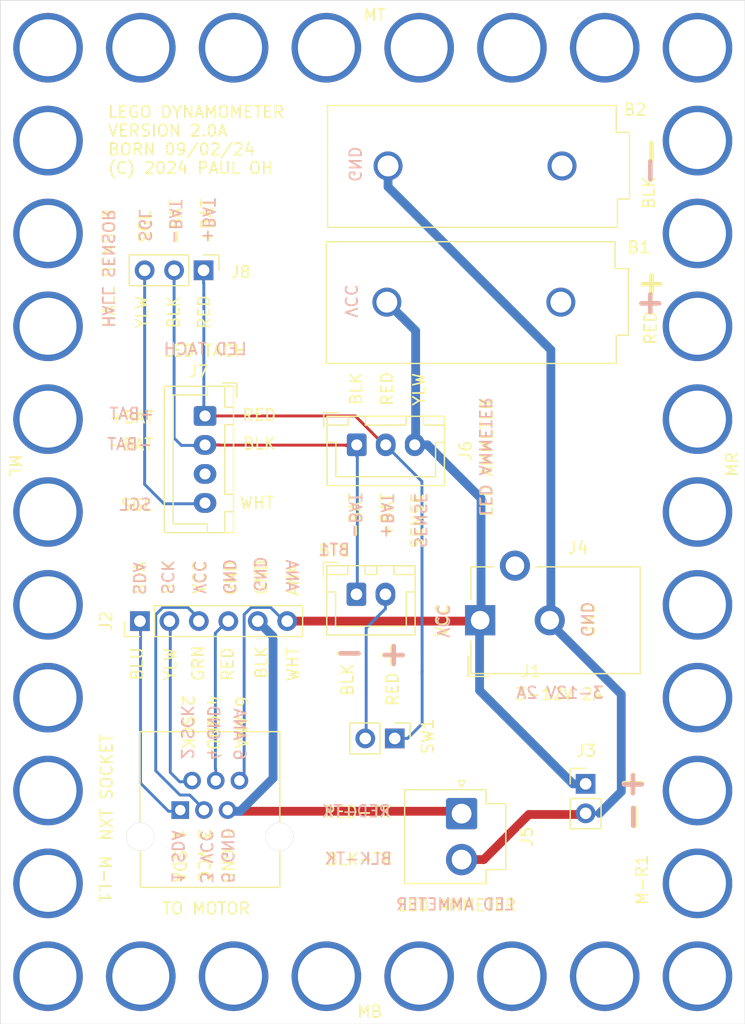
<source format=kicad_pcb>
(kicad_pcb (version 20171130) (host pcbnew "(5.1.5)-3")

  (general
    (thickness 1.6)
    (drawings 94)
    (tracks 82)
    (zones 0)
    (modules 18)
    (nets 13)
  )

  (page A4)
  (layers
    (0 F.Cu signal)
    (31 B.Cu signal)
    (32 B.Adhes user)
    (33 F.Adhes user)
    (34 B.Paste user)
    (35 F.Paste user)
    (36 B.SilkS user)
    (37 F.SilkS user)
    (38 B.Mask user)
    (39 F.Mask user)
    (40 Dwgs.User user)
    (41 Cmts.User user)
    (42 Eco1.User user)
    (43 Eco2.User user)
    (44 Edge.Cuts user)
    (45 Margin user)
    (46 B.CrtYd user)
    (47 F.CrtYd user)
    (48 B.Fab user hide)
    (49 F.Fab user hide)
  )

  (setup
    (last_trace_width 0.25)
    (user_trace_width 0.76)
    (user_trace_width 1.27)
    (trace_clearance 0.2)
    (zone_clearance 0.508)
    (zone_45_only no)
    (trace_min 0.2)
    (via_size 0.8)
    (via_drill 0.4)
    (via_min_size 0.4)
    (via_min_drill 0.3)
    (uvia_size 0.3)
    (uvia_drill 0.1)
    (uvias_allowed no)
    (uvia_min_size 0.2)
    (uvia_min_drill 0.1)
    (edge_width 0.05)
    (segment_width 0.2)
    (pcb_text_width 0.3)
    (pcb_text_size 1.5 1.5)
    (mod_edge_width 0.12)
    (mod_text_size 1 1)
    (mod_text_width 0.15)
    (pad_size 1.524 1.524)
    (pad_drill 0.762)
    (pad_to_mask_clearance 0.051)
    (solder_mask_min_width 0.25)
    (aux_axis_origin 0 0)
    (visible_elements 7FFFFFFF)
    (pcbplotparams
      (layerselection 0x010fc_ffffffff)
      (usegerberextensions false)
      (usegerberattributes false)
      (usegerberadvancedattributes false)
      (creategerberjobfile false)
      (excludeedgelayer true)
      (linewidth 0.100000)
      (plotframeref false)
      (viasonmask false)
      (mode 1)
      (useauxorigin false)
      (hpglpennumber 1)
      (hpglpenspeed 20)
      (hpglpendiameter 15.000000)
      (psnegative false)
      (psa4output false)
      (plotreference true)
      (plotvalue true)
      (plotinvisibletext false)
      (padsonsilk false)
      (subtractmaskfromsilk false)
      (outputformat 1)
      (mirror false)
      (drillshape 1)
      (scaleselection 1)
      (outputdirectory ""))
  )

  (net 0 "")
  (net 1 Earth)
  (net 2 /BLK)
  (net 3 "Net-(J1-Pad1)")
  (net 4 "Net-(J1-Pad2)")
  (net 5 "Net-(J1-Pad3)")
  (net 6 "Net-(J1-Pad4)")
  (net 7 "Net-(J1-Pad5)")
  (net 8 "Net-(B1-Pad1)")
  (net 9 "Net-(J6-Pad2)")
  (net 10 "Net-(J7-Pad3)")
  (net 11 "Net-(J7-Pad4)")
  (net 12 "Net-(BT1-Pad2)")

  (net_class Default "This is the default net class."
    (clearance 0.2)
    (trace_width 0.25)
    (via_dia 0.8)
    (via_drill 0.4)
    (uvia_dia 0.3)
    (uvia_drill 0.1)
    (add_net /BLK)
    (add_net Earth)
    (add_net "Net-(B1-Pad1)")
    (add_net "Net-(BT1-Pad2)")
    (add_net "Net-(J1-Pad1)")
    (add_net "Net-(J1-Pad2)")
    (add_net "Net-(J1-Pad3)")
    (add_net "Net-(J1-Pad4)")
    (add_net "Net-(J1-Pad5)")
    (add_net "Net-(J6-Pad2)")
    (add_net "Net-(J7-Pad3)")
    (add_net "Net-(J7-Pad4)")
  )

  (module Connector:Banana_Jack_2Pin-Amazon_4mm (layer F.Cu) (tedit 66D79CFE) (tstamp 66D602D8)
    (at 177.0634 85.1916 180)
    (descr "Dual banana socket, footprint - 2 x 6mm drills")
    (tags "banana socket")
    (path /6654C579)
    (fp_text reference B1 (at -5.334 4.7244) (layer F.SilkS)
      (effects (font (size 1 1) (thickness 0.15)))
    )
    (fp_text value Conn_01x01_Female (at 8.9662 6.096 180) (layer F.Fab)
      (effects (font (size 1 1) (thickness 0.15)))
    )
    (fp_line (start -3.6322 -3.0988) (end -3.6322 -5.4864) (layer F.CrtYd) (width 0.12))
    (fp_line (start -4.7244 -3.0988) (end -3.6322 -3.0988) (layer F.CrtYd) (width 0.12))
    (fp_line (start -4.7244 3.2258) (end -4.7244 -3.0988) (layer F.CrtYd) (width 0.12))
    (fp_line (start -3.556 3.2258) (end -4.7244 3.2258) (layer F.CrtYd) (width 0.12))
    (fp_line (start -3.556 5.4356) (end -3.556 3.2258) (layer F.CrtYd) (width 0.12))
    (fp_line (start 21.8694 5.4356) (end -3.556 5.4356) (layer F.CrtYd) (width 0.12))
    (fp_line (start 21.8694 -5.4864) (end 21.8694 5.4356) (layer F.CrtYd) (width 0.12))
    (fp_line (start -3.6322 -5.4864) (end 21.8694 -5.4864) (layer F.CrtYd) (width 0.12))
    (fp_line (start -3.3782 -5.2832) (end -3.0226 -5.2832) (layer F.SilkS) (width 0.12))
    (fp_line (start -3.3782 -5.2578) (end -3.3782 -5.2832) (layer F.SilkS) (width 0.12))
    (fp_line (start -3.3782 -2.8448) (end -3.3782 -5.2578) (layer F.SilkS) (width 0.12))
    (fp_line (start -4.4196 -2.8448) (end -3.3782 -2.8448) (layer F.SilkS) (width 0.12))
    (fp_line (start -4.4196 2.8956) (end -4.4196 -2.8448) (layer F.SilkS) (width 0.12))
    (fp_line (start -3.2766 2.8956) (end -4.4196 2.8956) (layer F.SilkS) (width 0.12))
    (fp_line (start -3.2766 5.207) (end -3.2766 2.8956) (layer F.SilkS) (width 0.12))
    (fp_line (start 21.6154 5.207) (end -3.2766 5.207) (layer F.SilkS) (width 0.12))
    (fp_line (start 21.6154 -5.2832) (end 21.6154 5.207) (layer F.SilkS) (width 0.12))
    (fp_line (start -3.048 -5.2832) (end 21.6154 -5.2832) (layer F.SilkS) (width 0.12))
    (fp_circle (center 16.4 0) (end 17.8816 0) (layer F.Fab) (width 0.1))
    (fp_circle (center 1.4 0) (end 2.8986 0) (layer F.Fab) (width 0.1))
    (fp_circle (center 1.4 0) (end 2.7716 0) (layer F.Fab) (width 0.1))
    (fp_circle (center 16.4 0) (end 17.7546 0) (layer F.Fab) (width 0.1))
    (fp_text user %R (at 22.7838 0.1778 270) (layer F.Fab)
      (effects (font (size 1 1) (thickness 0.15)))
    )
    (pad 1 thru_hole circle (at 16.4 0 180) (size 2.5 2.5) (drill 1.8) (layers *.Cu *.Mask)
      (net 8 "Net-(B1-Pad1)"))
    (pad 2 thru_hole circle (at 1.4 0 180) (size 2.5 2.5) (drill 1.8) (layers *.Cu *.Mask))
    (model ${KISYS3DMOD}/Connector.3dshapes/Banana_Jack_2Pin.wrl
      (offset (xyz 14.98599977493286 0 0))
      (scale (xyz 2 2 2))
      (rotate (xyz 0 0 0))
    )
  )

  (module Connector:Banana_Jack_2Pin-Amazon_4mm (layer F.Cu) (tedit 66D79CFE) (tstamp 66D602F1)
    (at 177.165 73.4568 180)
    (descr "Dual banana socket, footprint - 2 x 6mm drills")
    (tags "banana socket")
    (path /66553676)
    (fp_text reference B2 (at -4.9022 4.8514 180) (layer F.SilkS)
      (effects (font (size 1 1) (thickness 0.15)))
    )
    (fp_text value Conn_01x01_Female (at 8.9662 6.096) (layer F.Fab)
      (effects (font (size 1 1) (thickness 0.15)))
    )
    (fp_line (start -3.6322 -3.0988) (end -3.6322 -5.4864) (layer F.CrtYd) (width 0.12))
    (fp_line (start -4.7244 -3.0988) (end -3.6322 -3.0988) (layer F.CrtYd) (width 0.12))
    (fp_line (start -4.7244 3.2258) (end -4.7244 -3.0988) (layer F.CrtYd) (width 0.12))
    (fp_line (start -3.556 3.2258) (end -4.7244 3.2258) (layer F.CrtYd) (width 0.12))
    (fp_line (start -3.556 5.4356) (end -3.556 3.2258) (layer F.CrtYd) (width 0.12))
    (fp_line (start 21.8694 5.4356) (end -3.556 5.4356) (layer F.CrtYd) (width 0.12))
    (fp_line (start 21.8694 -5.4864) (end 21.8694 5.4356) (layer F.CrtYd) (width 0.12))
    (fp_line (start -3.6322 -5.4864) (end 21.8694 -5.4864) (layer F.CrtYd) (width 0.12))
    (fp_line (start -3.3782 -5.2832) (end -3.0226 -5.2832) (layer F.SilkS) (width 0.12))
    (fp_line (start -3.3782 -5.2578) (end -3.3782 -5.2832) (layer F.SilkS) (width 0.12))
    (fp_line (start -3.3782 -2.8448) (end -3.3782 -5.2578) (layer F.SilkS) (width 0.12))
    (fp_line (start -4.4196 -2.8448) (end -3.3782 -2.8448) (layer F.SilkS) (width 0.12))
    (fp_line (start -4.4196 2.8956) (end -4.4196 -2.8448) (layer F.SilkS) (width 0.12))
    (fp_line (start -3.2766 2.8956) (end -4.4196 2.8956) (layer F.SilkS) (width 0.12))
    (fp_line (start -3.2766 5.207) (end -3.2766 2.8956) (layer F.SilkS) (width 0.12))
    (fp_line (start 21.6154 5.207) (end -3.2766 5.207) (layer F.SilkS) (width 0.12))
    (fp_line (start 21.6154 -5.2832) (end 21.6154 5.207) (layer F.SilkS) (width 0.12))
    (fp_line (start -3.048 -5.2832) (end 21.6154 -5.2832) (layer F.SilkS) (width 0.12))
    (fp_circle (center 16.4 0) (end 17.8816 0) (layer F.Fab) (width 0.1))
    (fp_circle (center 1.4 0) (end 2.8986 0) (layer F.Fab) (width 0.1))
    (fp_circle (center 1.4 0) (end 2.7716 0) (layer F.Fab) (width 0.1))
    (fp_circle (center 16.4 0) (end 17.7546 0) (layer F.Fab) (width 0.1))
    (fp_text user %R (at 22.7838 0.1778 90) (layer F.Fab)
      (effects (font (size 1 1) (thickness 0.15)))
    )
    (pad 1 thru_hole circle (at 16.4 0 180) (size 2.5 2.5) (drill 1.8) (layers *.Cu *.Mask)
      (net 1 Earth))
    (pad 2 thru_hole circle (at 1.4 0 180) (size 2.5 2.5) (drill 1.8) (layers *.Cu *.Mask))
    (model ${KISYS3DMOD}/Connector.3dshapes/Banana_Jack_2Pin.wrl
      (offset (xyz 14.98599977493286 0 0))
      (scale (xyz 2 2 2))
      (rotate (xyz 0 0 0))
    )
  )

  (module Connector_RJ:Lego-NXT-SocketUpdated082824 (layer F.Cu) (tedit 66D67179) (tstamp 66D6033A)
    (at 145.288 131.3434)
    (descr "RJ25 6P6C Socket 90 degrees, https://wayconn.com/wp-content/themes/way/datasheet/MJEA-660X1XXX_RJ25_6P6C_PCB_RA.pdf")
    (tags "RJ12 RJ18 RJ25 jack connector 6P6C")
    (path /664D9A2A)
    (fp_text reference J1 (at 27.813 -14.351 180) (layer F.SilkS)
      (effects (font (size 1 1) (thickness 0.15)))
    )
    (fp_text value RJ12 (at 15.8242 -0.7874 180) (layer F.Fab)
      (effects (font (size 1 1) (thickness 0.15)))
    )
    (fp_line (start 7.5438 4.7752) (end 7.5438 -9.4742) (layer F.CrtYd) (width 0.12))
    (fp_line (start 7.5438 4.7752) (end -7.3152 4.7752) (layer F.CrtYd) (width 0.12))
    (fp_line (start -7.3152 -9.4742) (end 7.5438 -9.4742) (layer F.CrtYd) (width 0.12))
    (fp_line (start -7.3152 4.7752) (end -7.3152 -9.4742) (layer F.CrtYd) (width 0.12))
    (fp_text user "6 ANA" (at 2.8194 -9.9568 270 unlocked) (layer F.SilkS)
      (effects (font (size 1 1) (thickness 0.15)))
    )
    (fp_text user "4 GND" (at 0.381 -9.9314 270 unlocked) (layer F.SilkS)
      (effects (font (size 1 1) (thickness 0.15)))
    )
    (fp_text user "2 SCK" (at -1.778 -9.9568 270 unlocked) (layer F.SilkS)
      (effects (font (size 1 1) (thickness 0.15)))
    )
    (fp_text user "1 SDA" (at -2.4892 1.5748 270 unlocked) (layer F.SilkS)
      (effects (font (size 1 1) (thickness 0.15)))
    )
    (fp_text user "3 VCC" (at -0.4064 1.524 270 unlocked) (layer F.SilkS)
      (effects (font (size 1 1) (thickness 0.15)))
    )
    (fp_text user "5 GND" (at 1.6256 1.5748 270 unlocked) (layer F.SilkS)
      (effects (font (size 1 1) (thickness 0.15)))
    )
    (fp_text user "NXT SOCKET" (at -8.7884 -4.3434 270) (layer F.SilkS)
      (effects (font (size 1 1) (thickness 0.15)))
    )
    (fp_line (start -5.9182 -0.3556) (end -5.9182 -9.144) (layer F.SilkS) (width 0.12))
    (fp_line (start 6.1468 -0.2286) (end 6.1468 -9.144) (layer F.SilkS) (width 0.12))
    (fp_line (start 6.1468 4.2672) (end -5.8928 4.2672) (layer F.SilkS) (width 0.12))
    (fp_line (start 6.1468 -9.144) (end -5.9182 -9.144) (layer F.SilkS) (width 0.12))
    (fp_line (start -5.8928 4.2672) (end -5.8928 -0.254) (layer F.SilkS) (width 0.12))
    (fp_line (start 6.1468 4.2672) (end 6.1468 -0.2032) (layer F.SilkS) (width 0.12))
    (pad "" thru_hole circle (at 6.1116 -0.0876 180) (size 2.4 2.4) (drill 2.4) (layers *.Cu *.Mask))
    (pad "" thru_hole circle (at -5.8884 -0.0876 180) (size 2.4 2.4) (drill 2.4) (layers *.Cu *.Mask))
    (pad 6 thru_hole circle (at 2.6616 -4.9276 180) (size 1.52 1.52) (drill 0.9) (layers *.Cu *.Mask)
      (net 8 "Net-(B1-Pad1)"))
    (pad 5 thru_hole circle (at 1.6416 -2.3876 180) (size 1.52 1.52) (drill 0.9) (layers *.Cu *.Mask)
      (net 7 "Net-(J1-Pad5)"))
    (pad 4 thru_hole circle (at 0.6216 -4.9276 180) (size 1.52 1.52) (drill 0.9) (layers *.Cu *.Mask)
      (net 6 "Net-(J1-Pad4)"))
    (pad 3 thru_hole circle (at -0.3984 -2.3876 180) (size 1.52 1.52) (drill 0.9) (layers *.Cu *.Mask)
      (net 5 "Net-(J1-Pad3)"))
    (pad 2 thru_hole circle (at -1.4184 -4.9276 180) (size 1.52 1.52) (drill 0.9) (layers *.Cu *.Mask)
      (net 4 "Net-(J1-Pad2)"))
    (pad 1 thru_hole rect (at -2.4384 -2.3876 180) (size 1.52 1.52) (drill 0.9) (layers *.Cu *.Mask)
      (net 3 "Net-(J1-Pad1)"))
    (model ${KISYS3DMOD}/Connector_RJ.3dshapes/RJ25_Wayconn_MJEA-660X1_Horizontal.wrl
      (at (xyz 0 0 0))
      (scale (xyz 1 1 1))
      (rotate (xyz 0 0 0))
    )
  )

  (module Connector_PinHeader_2.54mm:PinHeader_1x06_P2.54mm_Vertical (layer F.Cu) (tedit 59FED5CC) (tstamp 66D60354)
    (at 139.3698 112.6744 90)
    (descr "Through hole straight pin header, 1x06, 2.54mm pitch, single row")
    (tags "Through hole pin header THT 1x06 2.54mm single row")
    (path /6651709B)
    (fp_text reference J2 (at 0 -2.921 90) (layer F.SilkS)
      (effects (font (size 1 1) (thickness 0.15)))
    )
    (fp_text value "HDR Motor" (at 0 15.03 90) (layer F.Fab)
      (effects (font (size 1 1) (thickness 0.15)))
    )
    (fp_line (start -0.635 -1.27) (end 1.27 -1.27) (layer F.Fab) (width 0.1))
    (fp_line (start 1.27 -1.27) (end 1.27 13.97) (layer F.Fab) (width 0.1))
    (fp_line (start 1.27 13.97) (end -1.27 13.97) (layer F.Fab) (width 0.1))
    (fp_line (start -1.27 13.97) (end -1.27 -0.635) (layer F.Fab) (width 0.1))
    (fp_line (start -1.27 -0.635) (end -0.635 -1.27) (layer F.Fab) (width 0.1))
    (fp_line (start -1.33 14.03) (end 1.33 14.03) (layer F.SilkS) (width 0.12))
    (fp_line (start -1.33 1.27) (end -1.33 14.03) (layer F.SilkS) (width 0.12))
    (fp_line (start 1.33 1.27) (end 1.33 14.03) (layer F.SilkS) (width 0.12))
    (fp_line (start -1.33 1.27) (end 1.33 1.27) (layer F.SilkS) (width 0.12))
    (fp_line (start -1.33 0) (end -1.33 -1.33) (layer F.SilkS) (width 0.12))
    (fp_line (start -1.33 -1.33) (end 0 -1.33) (layer F.SilkS) (width 0.12))
    (fp_line (start -1.8 -1.8) (end -1.8 14.5) (layer F.CrtYd) (width 0.05))
    (fp_line (start -1.8 14.5) (end 1.8 14.5) (layer F.CrtYd) (width 0.05))
    (fp_line (start 1.8 14.5) (end 1.8 -1.8) (layer F.CrtYd) (width 0.05))
    (fp_line (start 1.8 -1.8) (end -1.8 -1.8) (layer F.CrtYd) (width 0.05))
    (fp_text user %R (at 0 6.35) (layer F.Fab)
      (effects (font (size 1 1) (thickness 0.15)))
    )
    (pad 1 thru_hole rect (at 0 0 90) (size 1.7 1.7) (drill 1) (layers *.Cu *.Mask)
      (net 3 "Net-(J1-Pad1)"))
    (pad 2 thru_hole oval (at 0 2.54 90) (size 1.7 1.7) (drill 1) (layers *.Cu *.Mask)
      (net 4 "Net-(J1-Pad2)"))
    (pad 3 thru_hole oval (at 0 5.08 90) (size 1.7 1.7) (drill 1) (layers *.Cu *.Mask)
      (net 5 "Net-(J1-Pad3)"))
    (pad 4 thru_hole oval (at 0 7.62 90) (size 1.7 1.7) (drill 1) (layers *.Cu *.Mask)
      (net 6 "Net-(J1-Pad4)"))
    (pad 5 thru_hole oval (at 0 10.16 90) (size 1.7 1.7) (drill 1) (layers *.Cu *.Mask)
      (net 7 "Net-(J1-Pad5)"))
    (pad 6 thru_hole oval (at 0 12.7 90) (size 1.7 1.7) (drill 1) (layers *.Cu *.Mask)
      (net 8 "Net-(B1-Pad1)"))
    (model ${KISYS3DMOD}/Connector_PinHeader_2.54mm.3dshapes/PinHeader_1x06_P2.54mm_Vertical.wrl
      (at (xyz 0 0 0))
      (scale (xyz 1 1 1))
      (rotate (xyz 0 0 0))
    )
  )

  (module myLib:brick-1x8 (layer F.Cu) (tedit 6654DC00) (tstamp 66D5FE9C)
    (at 131.445 63.2714 90)
    (fp_text reference MT (at 2.8194 28.1686 180) (layer F.SilkS)
      (effects (font (size 1 1) (thickness 0.15)))
    )
    (fp_text value brick-1x8 (at 0 61 90) (layer F.Fab)
      (effects (font (size 1 1) (thickness 0.15)))
    )
    (fp_line (start -4 -4) (end 4 -4) (layer F.CrtYd) (width 0.12))
    (fp_line (start 4 -4) (end 4 60) (layer F.CrtYd) (width 0.12))
    (fp_line (start 4 60) (end -4 60) (layer F.CrtYd) (width 0.12))
    (fp_line (start -4 60) (end -4 -4) (layer F.CrtYd) (width 0.12))
    (pad 1 thru_hole circle (at 0 0 90) (size 6 6) (drill 4.9) (layers *.Cu *.Mask))
    (pad 2 thru_hole circle (at 0 8 90) (size 6 6) (drill 4.9) (layers *.Cu *.Mask))
    (pad 3 thru_hole circle (at 0 16 90) (size 6 6) (drill 4.9) (layers *.Cu *.Mask))
    (pad 4 thru_hole circle (at 0 24 90) (size 6 6) (drill 4.9) (layers *.Cu *.Mask))
    (pad 6 thru_hole circle (at 0 40 90) (size 6 6) (drill 4.9) (layers *.Cu *.Mask))
    (pad 5 thru_hole circle (at 0 32 90) (size 6 6) (drill 4.9) (layers *.Cu *.Mask))
    (pad 7 thru_hole circle (at 0 48 90) (size 6 6) (drill 4.9) (layers *.Cu *.Mask))
    (pad 8 thru_hole circle (at 0 56 90) (size 6 6) (drill 4.9) (layers *.Cu *.Mask))
  )

  (module myLib:brick-1x8 (layer F.Cu) (tedit 6655109F) (tstamp 66D5FDFC)
    (at 131.445 143.2714 90)
    (fp_text reference MB (at -3.058 27.7368 180) (layer F.SilkS)
      (effects (font (size 1 1) (thickness 0.15)))
    )
    (fp_text value brick-1x8 (at 0 61 90) (layer F.Fab)
      (effects (font (size 1 1) (thickness 0.15)))
    )
    (fp_line (start -4 60) (end -4 -4) (layer F.CrtYd) (width 0.12))
    (fp_line (start 4 60) (end -4 60) (layer F.CrtYd) (width 0.12))
    (fp_line (start 4 -4) (end 4 60) (layer F.CrtYd) (width 0.12))
    (fp_line (start -4 -4) (end 4 -4) (layer F.CrtYd) (width 0.12))
    (pad 8 thru_hole circle (at 0 56 90) (size 6 6) (drill 4.9) (layers *.Cu *.Mask))
    (pad 7 thru_hole circle (at 0 48 90) (size 6 6) (drill 4.9) (layers *.Cu *.Mask))
    (pad 5 thru_hole circle (at 0 32 90) (size 6 6) (drill 4.9) (layers *.Cu *.Mask))
    (pad 6 thru_hole circle (at 0 40 90) (size 6 6) (drill 4.9) (layers *.Cu *.Mask))
    (pad 4 thru_hole circle (at 0 24 90) (size 6 6) (drill 4.9) (layers *.Cu *.Mask))
    (pad 3 thru_hole circle (at 0 16 90) (size 6 6) (drill 4.9) (layers *.Cu *.Mask))
    (pad 2 thru_hole circle (at 0 8 90) (size 6 6) (drill 4.9) (layers *.Cu *.Mask))
    (pad 1 thru_hole circle (at 0 0 90) (size 6 6) (drill 4.9) (layers *.Cu *.Mask))
  )

  (module myLib:brick-1x8 (layer F.Cu) (tedit 6654DF37) (tstamp 66D5FDED)
    (at 187.445 71.2714)
    (fp_text reference MR (at 2.9788 27.8902 90) (layer F.SilkS)
      (effects (font (size 1 1) (thickness 0.15)))
    )
    (fp_text value brick-1x8 (at 0 61) (layer F.Fab)
      (effects (font (size 1 1) (thickness 0.15)))
    )
    (fp_line (start -4 60) (end -4 -4) (layer F.CrtYd) (width 0.12))
    (fp_line (start 4 60) (end -4 60) (layer F.CrtYd) (width 0.12))
    (fp_line (start 4 -4) (end 4 60) (layer F.CrtYd) (width 0.12))
    (fp_line (start -4 -4) (end 4 -4) (layer F.CrtYd) (width 0.12))
    (pad 8 thru_hole circle (at 0 56) (size 6 6) (drill 4.9) (layers *.Cu *.Mask))
    (pad 7 thru_hole circle (at 0 48) (size 6 6) (drill 4.9) (layers *.Cu *.Mask))
    (pad 5 thru_hole circle (at 0 32) (size 6 6) (drill 4.9) (layers *.Cu *.Mask))
    (pad 6 thru_hole circle (at 0 40) (size 6 6) (drill 4.9) (layers *.Cu *.Mask))
    (pad 4 thru_hole circle (at 0 24) (size 6 6) (drill 4.9) (layers *.Cu *.Mask))
    (pad 3 thru_hole circle (at 0 16) (size 6 6) (drill 4.9) (layers *.Cu *.Mask))
    (pad 2 thru_hole circle (at 0 8) (size 6 6) (drill 4.9) (layers *.Cu *.Mask))
    (pad 1 thru_hole circle (at 0 0) (size 6 6) (drill 4.9) (layers *.Cu *.Mask))
  )

  (module myLib:brick-1x1 (layer F.Cu) (tedit 6001CC2E) (tstamp 66D5FDCF)
    (at 187.445 135.2714)
    (fp_text reference M-R1 (at -4.7936 -0.2958 90 unlocked) (layer F.SilkS)
      (effects (font (size 1 1) (thickness 0.15)))
    )
    (fp_text value brick-1x1 (at 0 5) (layer F.Fab)
      (effects (font (size 1 1) (thickness 0.15)))
    )
    (fp_line (start -4 4) (end -4 -4) (layer F.CrtYd) (width 0.12))
    (fp_line (start 4 4) (end -4 4) (layer F.CrtYd) (width 0.12))
    (fp_line (start 4 -4) (end 4 4) (layer F.CrtYd) (width 0.12))
    (fp_line (start -4 -4) (end 4 -4) (layer F.CrtYd) (width 0.12))
    (pad 1 thru_hole circle (at 0 0) (size 6 6) (drill 4.9) (layers *.Cu *.Mask))
  )

  (module myLib:brick-1x8 (layer F.Cu) (tedit 6654DDE0) (tstamp 66D5FD42)
    (at 131.445 71.2714)
    (fp_text reference ML (at -2.8448 28.0172 270 unlocked) (layer F.SilkS)
      (effects (font (size 1 1) (thickness 0.15)))
    )
    (fp_text value brick-1x8 (at 0 61) (layer F.Fab)
      (effects (font (size 1 1) (thickness 0.15)))
    )
    (fp_line (start -4 60) (end -4 -4) (layer F.CrtYd) (width 0.12))
    (fp_line (start 4 60) (end -4 60) (layer F.CrtYd) (width 0.12))
    (fp_line (start 4 -4) (end 4 60) (layer F.CrtYd) (width 0.12))
    (fp_line (start -4 -4) (end 4 -4) (layer F.CrtYd) (width 0.12))
    (pad 8 thru_hole circle (at 0 56) (size 6 6) (drill 4.9) (layers *.Cu *.Mask))
    (pad 7 thru_hole circle (at 0 48) (size 6 6) (drill 4.9) (layers *.Cu *.Mask))
    (pad 5 thru_hole circle (at 0 32) (size 6 6) (drill 4.9) (layers *.Cu *.Mask))
    (pad 6 thru_hole circle (at 0 40) (size 6 6) (drill 4.9) (layers *.Cu *.Mask))
    (pad 4 thru_hole circle (at 0 24) (size 6 6) (drill 4.9) (layers *.Cu *.Mask))
    (pad 3 thru_hole circle (at 0 16) (size 6 6) (drill 4.9) (layers *.Cu *.Mask))
    (pad 2 thru_hole circle (at 0 8) (size 6 6) (drill 4.9) (layers *.Cu *.Mask))
    (pad 1 thru_hole circle (at 0 0) (size 6 6) (drill 4.9) (layers *.Cu *.Mask))
  )

  (module myLib:brick-1x1 (layer F.Cu) (tedit 6655104C) (tstamp 66D5FD25)
    (at 131.445 135.1788)
    (fp_text reference M-L1 (at 4.9022 -0.2286 270 unlocked) (layer F.SilkS)
      (effects (font (size 1 1) (thickness 0.15)))
    )
    (fp_text value brick-1x1 (at 0 5) (layer F.Fab)
      (effects (font (size 1 1) (thickness 0.15)))
    )
    (fp_line (start -4 -4) (end 4 -4) (layer F.CrtYd) (width 0.12))
    (fp_line (start 4 -4) (end 4 4) (layer F.CrtYd) (width 0.12))
    (fp_line (start 4 4) (end -4 4) (layer F.CrtYd) (width 0.12))
    (fp_line (start -4 4) (end -4 -4) (layer F.CrtYd) (width 0.12))
    (pad 1 thru_hole circle (at 0 0.0926) (size 6 6) (drill 4.9) (layers *.Cu *.Mask))
  )

  (module Connector_PinHeader_2.54mm:PinHeader_1x03_P2.54mm_Vertical (layer F.Cu) (tedit 59FED5CC) (tstamp 66D6031E)
    (at 144.8562 82.4484 270)
    (descr "Through hole straight pin header, 1x03, 2.54mm pitch, single row")
    (tags "Through hole pin header THT 1x03 2.54mm single row")
    (path /6656AAF6)
    (fp_text reference J8 (at 0.1524 -3.2004 180) (layer F.SilkS)
      (effects (font (size 1 1) (thickness 0.15)))
    )
    (fp_text value "Hall Sensor" (at 0 7.41 90) (layer F.Fab)
      (effects (font (size 1 1) (thickness 0.15)))
    )
    (fp_line (start -0.635 -1.27) (end 1.27 -1.27) (layer F.Fab) (width 0.1))
    (fp_line (start 1.27 -1.27) (end 1.27 6.35) (layer F.Fab) (width 0.1))
    (fp_line (start 1.27 6.35) (end -1.27 6.35) (layer F.Fab) (width 0.1))
    (fp_line (start -1.27 6.35) (end -1.27 -0.635) (layer F.Fab) (width 0.1))
    (fp_line (start -1.27 -0.635) (end -0.635 -1.27) (layer F.Fab) (width 0.1))
    (fp_line (start -1.33 6.41) (end 1.33 6.41) (layer F.SilkS) (width 0.12))
    (fp_line (start -1.33 1.27) (end -1.33 6.41) (layer F.SilkS) (width 0.12))
    (fp_line (start 1.33 1.27) (end 1.33 6.41) (layer F.SilkS) (width 0.12))
    (fp_line (start -1.33 1.27) (end 1.33 1.27) (layer F.SilkS) (width 0.12))
    (fp_line (start -1.33 0) (end -1.33 -1.33) (layer F.SilkS) (width 0.12))
    (fp_line (start -1.33 -1.33) (end 0 -1.33) (layer F.SilkS) (width 0.12))
    (fp_line (start -1.8 -1.8) (end -1.8 6.85) (layer F.CrtYd) (width 0.05))
    (fp_line (start -1.8 6.85) (end 1.8 6.85) (layer F.CrtYd) (width 0.05))
    (fp_line (start 1.8 6.85) (end 1.8 -1.8) (layer F.CrtYd) (width 0.05))
    (fp_line (start 1.8 -1.8) (end -1.8 -1.8) (layer F.CrtYd) (width 0.05))
    (fp_text user %R (at 0 2.54) (layer F.Fab)
      (effects (font (size 1 1) (thickness 0.15)))
    )
    (pad 1 thru_hole rect (at 0 0 270) (size 1.7 1.7) (drill 1) (layers *.Cu *.Mask)
      (net 9 "Net-(J6-Pad2)"))
    (pad 2 thru_hole oval (at 0 2.54 270) (size 1.7 1.7) (drill 1) (layers *.Cu *.Mask)
      (net 2 /BLK))
    (pad 3 thru_hole oval (at 0 5.08 270) (size 1.7 1.7) (drill 1) (layers *.Cu *.Mask)
      (net 11 "Net-(J7-Pad4)"))
    (model ${KISYS3DMOD}/Connector_PinHeader_2.54mm.3dshapes/PinHeader_1x03_P2.54mm_Vertical.wrl
      (at (xyz 0 0 0))
      (scale (xyz 1 1 1))
      (rotate (xyz 0 0 0))
    )
  )

  (module Connector_BarrelJack:BarrelJack_CUI_PJ-102AH_Horizontal (layer F.Cu) (tedit 5A1DBF38) (tstamp 66D60376)
    (at 168.7068 112.5982 90)
    (descr "Thin-pin DC Barrel Jack, https://cdn-shop.adafruit.com/datasheets/21mmdcjackDatasheet.pdf")
    (tags "Power Jack")
    (path /664F318A)
    (fp_text reference J4 (at 6.223 8.45) (layer F.SilkS)
      (effects (font (size 1 1) (thickness 0.15)))
    )
    (fp_text value "Barrel Jack" (at -5.5 6.2) (layer F.Fab)
      (effects (font (size 1 1) (thickness 0.15)))
    )
    (fp_text user %R (at 0 6.5 90) (layer F.Fab)
      (effects (font (size 1 1) (thickness 0.15)))
    )
    (fp_line (start 1.8 -1.8) (end 1.8 -1.2) (layer F.CrtYd) (width 0.05))
    (fp_line (start 1.8 -1.2) (end 5 -1.2) (layer F.CrtYd) (width 0.05))
    (fp_line (start 5 -1.2) (end 5 1.2) (layer F.CrtYd) (width 0.05))
    (fp_line (start 5 1.2) (end 6.5 1.2) (layer F.CrtYd) (width 0.05))
    (fp_line (start 6.5 1.2) (end 6.5 4.8) (layer F.CrtYd) (width 0.05))
    (fp_line (start 6.5 4.8) (end 5 4.8) (layer F.CrtYd) (width 0.05))
    (fp_line (start 5 4.8) (end 5 14.2) (layer F.CrtYd) (width 0.05))
    (fp_line (start 5 14.2) (end -5 14.2) (layer F.CrtYd) (width 0.05))
    (fp_line (start -5 14.2) (end -5 -1.2) (layer F.CrtYd) (width 0.05))
    (fp_line (start -5 -1.2) (end -1.8 -1.2) (layer F.CrtYd) (width 0.05))
    (fp_line (start -1.8 -1.2) (end -1.8 -1.8) (layer F.CrtYd) (width 0.05))
    (fp_line (start -1.8 -1.8) (end 1.8 -1.8) (layer F.CrtYd) (width 0.05))
    (fp_line (start 4.6 4.8) (end 4.6 13.8) (layer F.SilkS) (width 0.12))
    (fp_line (start 4.6 13.8) (end -4.6 13.8) (layer F.SilkS) (width 0.12))
    (fp_line (start -4.6 13.8) (end -4.6 -0.8) (layer F.SilkS) (width 0.12))
    (fp_line (start -4.6 -0.8) (end -1.8 -0.8) (layer F.SilkS) (width 0.12))
    (fp_line (start 1.8 -0.8) (end 4.6 -0.8) (layer F.SilkS) (width 0.12))
    (fp_line (start 4.6 -0.8) (end 4.6 1.2) (layer F.SilkS) (width 0.12))
    (fp_line (start -4.84 0.7) (end -4.84 -1.04) (layer F.SilkS) (width 0.12))
    (fp_line (start -4.84 -1.04) (end -3.1 -1.04) (layer F.SilkS) (width 0.12))
    (fp_line (start 4.5 -0.7) (end 4.5 13.7) (layer F.Fab) (width 0.1))
    (fp_line (start 4.5 13.7) (end -4.5 13.7) (layer F.Fab) (width 0.1))
    (fp_line (start -4.5 13.7) (end -4.5 0.3) (layer F.Fab) (width 0.1))
    (fp_line (start -4.5 0.3) (end -3.5 -0.7) (layer F.Fab) (width 0.1))
    (fp_line (start -3.5 -0.7) (end 4.5 -0.7) (layer F.Fab) (width 0.1))
    (fp_line (start -4.5 10.2) (end 4.5 10.2) (layer F.Fab) (width 0.1))
    (pad 1 thru_hole rect (at 0 0 90) (size 2.6 2.6) (drill 1.6) (layers *.Cu *.Mask)
      (net 8 "Net-(B1-Pad1)"))
    (pad 2 thru_hole circle (at 0 6 90) (size 2.6 2.6) (drill 1.6) (layers *.Cu *.Mask)
      (net 1 Earth))
    (pad 3 thru_hole circle (at 4.7 3 90) (size 2.6 2.6) (drill 1.6) (layers *.Cu *.Mask))
    (model ${KISYS3DMOD}/Connector_BarrelJack.3dshapes/BarrelJack_CUI_PJ-102AH_Horizontal.wrl
      (at (xyz 0 0 0))
      (scale (xyz 1 1 1))
      (rotate (xyz 0 0 0))
    )
  )

  (module Connector_PinHeader_2.54mm:PinHeader_1x02_P2.54mm_Vertical (layer F.Cu) (tedit 59FED5CC) (tstamp 66D6038C)
    (at 177.8 126.6952)
    (descr "Through hole straight pin header, 1x02, 2.54mm pitch, single row")
    (tags "Through hole pin header THT 1x02 2.54mm single row")
    (path /664F1C91)
    (fp_text reference J3 (at 0.0508 -2.8448) (layer F.SilkS)
      (effects (font (size 1 1) (thickness 0.15)))
    )
    (fp_text value "HDR PWR" (at 0 4.87) (layer F.Fab)
      (effects (font (size 1 1) (thickness 0.15)))
    )
    (fp_text user %R (at 0 1.27 90) (layer F.Fab)
      (effects (font (size 1 1) (thickness 0.15)))
    )
    (fp_line (start 1.8 -1.8) (end -1.8 -1.8) (layer F.CrtYd) (width 0.05))
    (fp_line (start 1.8 4.35) (end 1.8 -1.8) (layer F.CrtYd) (width 0.05))
    (fp_line (start -1.8 4.35) (end 1.8 4.35) (layer F.CrtYd) (width 0.05))
    (fp_line (start -1.8 -1.8) (end -1.8 4.35) (layer F.CrtYd) (width 0.05))
    (fp_line (start -1.33 -1.33) (end 0 -1.33) (layer F.SilkS) (width 0.12))
    (fp_line (start -1.33 0) (end -1.33 -1.33) (layer F.SilkS) (width 0.12))
    (fp_line (start -1.33 1.27) (end 1.33 1.27) (layer F.SilkS) (width 0.12))
    (fp_line (start 1.33 1.27) (end 1.33 3.87) (layer F.SilkS) (width 0.12))
    (fp_line (start -1.33 1.27) (end -1.33 3.87) (layer F.SilkS) (width 0.12))
    (fp_line (start -1.33 3.87) (end 1.33 3.87) (layer F.SilkS) (width 0.12))
    (fp_line (start -1.27 -0.635) (end -0.635 -1.27) (layer F.Fab) (width 0.1))
    (fp_line (start -1.27 3.81) (end -1.27 -0.635) (layer F.Fab) (width 0.1))
    (fp_line (start 1.27 3.81) (end -1.27 3.81) (layer F.Fab) (width 0.1))
    (fp_line (start 1.27 -1.27) (end 1.27 3.81) (layer F.Fab) (width 0.1))
    (fp_line (start -0.635 -1.27) (end 1.27 -1.27) (layer F.Fab) (width 0.1))
    (pad 2 thru_hole oval (at 0 2.54) (size 1.7 1.7) (drill 1) (layers *.Cu *.Mask)
      (net 1 Earth))
    (pad 1 thru_hole rect (at 0 0) (size 1.7 1.7) (drill 1) (layers *.Cu *.Mask)
      (net 8 "Net-(B1-Pad1)"))
    (model ${KISYS3DMOD}/Connector_PinHeader_2.54mm.3dshapes/PinHeader_1x02_P2.54mm_Vertical.wrl
      (at (xyz 0 0 0))
      (scale (xyz 1 1 1))
      (rotate (xyz 0 0 0))
    )
  )

  (module Connector_JST:JST_VH_B2P-VH-B_1x02_P3.96mm_Vertical (layer F.Cu) (tedit 5D12549B) (tstamp 66D603AB)
    (at 167.1066 129.263 270)
    (descr "JST VH PBT series connector, B2P-VH-B (http://www.jst-mfg.com/product/pdf/eng/eVH.pdf), generated with kicad-footprint-generator")
    (tags "connector JST VH vertical")
    (path /66D486A5)
    (fp_text reference J5 (at 1.9788 -5.6134 90) (layer F.SilkS)
      (effects (font (size 1 1) (thickness 0.15)))
    )
    (fp_text value "JST B2P-VH" (at 1.98 6 90) (layer F.Fab)
      (effects (font (size 1 1) (thickness 0.15)))
    )
    (fp_line (start -1.95 -2) (end -1.95 4.8) (layer F.Fab) (width 0.1))
    (fp_line (start -1.95 4.8) (end 5.91 4.8) (layer F.Fab) (width 0.1))
    (fp_line (start 5.91 4.8) (end 5.91 -2) (layer F.Fab) (width 0.1))
    (fp_line (start 5.91 -2) (end -1.95 -2) (layer F.Fab) (width 0.1))
    (fp_line (start -0.75 -2) (end -0.75 -3.7) (layer F.Fab) (width 0.1))
    (fp_line (start -0.75 -3.7) (end 4.71 -3.7) (layer F.Fab) (width 0.1))
    (fp_line (start 4.71 -3.7) (end 4.71 -2) (layer F.Fab) (width 0.1))
    (fp_line (start -1.95 -1) (end -0.95 0) (layer F.Fab) (width 0.1))
    (fp_line (start -1.95 1) (end -0.95 0) (layer F.Fab) (width 0.1))
    (fp_line (start -2.45 -4.2) (end -2.45 5.3) (layer F.CrtYd) (width 0.05))
    (fp_line (start -2.45 5.3) (end 6.41 5.3) (layer F.CrtYd) (width 0.05))
    (fp_line (start 6.41 5.3) (end 6.41 -4.2) (layer F.CrtYd) (width 0.05))
    (fp_line (start 6.41 -4.2) (end -2.45 -4.2) (layer F.CrtYd) (width 0.05))
    (fp_line (start -2.06 4.91) (end -2.06 -2.11) (layer F.SilkS) (width 0.12))
    (fp_line (start -2.06 -2.11) (end -0.86 -2.11) (layer F.SilkS) (width 0.12))
    (fp_line (start -0.86 -2.11) (end -0.86 -3.81) (layer F.SilkS) (width 0.12))
    (fp_line (start -0.86 -3.81) (end 4.82 -3.81) (layer F.SilkS) (width 0.12))
    (fp_line (start 4.82 -3.81) (end 4.82 -2.11) (layer F.SilkS) (width 0.12))
    (fp_line (start 4.82 -2.11) (end 6.02 -2.11) (layer F.SilkS) (width 0.12))
    (fp_line (start 6.02 -2.11) (end 6.02 4.91) (layer F.SilkS) (width 0.12))
    (fp_line (start 6.02 4.91) (end -2.06 4.91) (layer F.SilkS) (width 0.12))
    (fp_line (start -2.26 0) (end -2.86 0.3) (layer F.SilkS) (width 0.12))
    (fp_line (start -2.86 0.3) (end -2.86 -0.3) (layer F.SilkS) (width 0.12))
    (fp_line (start -2.86 -0.3) (end -2.26 0) (layer F.SilkS) (width 0.12))
    (fp_text user %R (at 1.98 4.1 90) (layer F.Fab)
      (effects (font (size 1 1) (thickness 0.15)))
    )
    (pad 1 thru_hole roundrect (at 0 0 270) (size 2.7 2.7) (drill 1.7) (layers *.Cu *.Mask) (roundrect_rratio 0.09259299999999999)
      (net 7 "Net-(J1-Pad5)"))
    (pad 2 thru_hole circle (at 3.96 0 270) (size 2.7 2.7) (drill 1.7) (layers *.Cu *.Mask)
      (net 1 Earth))
    (model ${KISYS3DMOD}/Connector_JST.3dshapes/JST_VH_B2P-VH-B_1x02_P3.96mm_Vertical.wrl
      (at (xyz 0 0 0))
      (scale (xyz 1 1 1))
      (rotate (xyz 0 0 0))
    )
  )

  (module Connector_JST:JST_XH_B3B-XH-A_1x03_P2.50mm_Vertical (layer F.Cu) (tedit 5C28146C) (tstamp 66D603D5)
    (at 158.0642 97.4852)
    (descr "JST XH series connector, B3B-XH-A (http://www.jst-mfg.com/product/pdf/eng/eXH.pdf), generated with kicad-footprint-generator")
    (tags "connector JST XH vertical")
    (path /66D47F69)
    (fp_text reference J6 (at 9.3726 0.508 90) (layer F.SilkS)
      (effects (font (size 1 1) (thickness 0.15)))
    )
    (fp_text value "JST B3B-XH-A" (at 2.5 4.6) (layer F.Fab)
      (effects (font (size 1 1) (thickness 0.15)))
    )
    (fp_line (start -2.45 -2.35) (end -2.45 3.4) (layer F.Fab) (width 0.1))
    (fp_line (start -2.45 3.4) (end 7.45 3.4) (layer F.Fab) (width 0.1))
    (fp_line (start 7.45 3.4) (end 7.45 -2.35) (layer F.Fab) (width 0.1))
    (fp_line (start 7.45 -2.35) (end -2.45 -2.35) (layer F.Fab) (width 0.1))
    (fp_line (start -2.56 -2.46) (end -2.56 3.51) (layer F.SilkS) (width 0.12))
    (fp_line (start -2.56 3.51) (end 7.56 3.51) (layer F.SilkS) (width 0.12))
    (fp_line (start 7.56 3.51) (end 7.56 -2.46) (layer F.SilkS) (width 0.12))
    (fp_line (start 7.56 -2.46) (end -2.56 -2.46) (layer F.SilkS) (width 0.12))
    (fp_line (start -2.95 -2.85) (end -2.95 3.9) (layer F.CrtYd) (width 0.05))
    (fp_line (start -2.95 3.9) (end 7.95 3.9) (layer F.CrtYd) (width 0.05))
    (fp_line (start 7.95 3.9) (end 7.95 -2.85) (layer F.CrtYd) (width 0.05))
    (fp_line (start 7.95 -2.85) (end -2.95 -2.85) (layer F.CrtYd) (width 0.05))
    (fp_line (start -0.625 -2.35) (end 0 -1.35) (layer F.Fab) (width 0.1))
    (fp_line (start 0 -1.35) (end 0.625 -2.35) (layer F.Fab) (width 0.1))
    (fp_line (start 0.75 -2.45) (end 0.75 -1.7) (layer F.SilkS) (width 0.12))
    (fp_line (start 0.75 -1.7) (end 4.25 -1.7) (layer F.SilkS) (width 0.12))
    (fp_line (start 4.25 -1.7) (end 4.25 -2.45) (layer F.SilkS) (width 0.12))
    (fp_line (start 4.25 -2.45) (end 0.75 -2.45) (layer F.SilkS) (width 0.12))
    (fp_line (start -2.55 -2.45) (end -2.55 -1.7) (layer F.SilkS) (width 0.12))
    (fp_line (start -2.55 -1.7) (end -0.75 -1.7) (layer F.SilkS) (width 0.12))
    (fp_line (start -0.75 -1.7) (end -0.75 -2.45) (layer F.SilkS) (width 0.12))
    (fp_line (start -0.75 -2.45) (end -2.55 -2.45) (layer F.SilkS) (width 0.12))
    (fp_line (start 5.75 -2.45) (end 5.75 -1.7) (layer F.SilkS) (width 0.12))
    (fp_line (start 5.75 -1.7) (end 7.55 -1.7) (layer F.SilkS) (width 0.12))
    (fp_line (start 7.55 -1.7) (end 7.55 -2.45) (layer F.SilkS) (width 0.12))
    (fp_line (start 7.55 -2.45) (end 5.75 -2.45) (layer F.SilkS) (width 0.12))
    (fp_line (start -2.55 -0.2) (end -1.8 -0.2) (layer F.SilkS) (width 0.12))
    (fp_line (start -1.8 -0.2) (end -1.8 2.75) (layer F.SilkS) (width 0.12))
    (fp_line (start -1.8 2.75) (end 2.5 2.75) (layer F.SilkS) (width 0.12))
    (fp_line (start 7.55 -0.2) (end 6.8 -0.2) (layer F.SilkS) (width 0.12))
    (fp_line (start 6.8 -0.2) (end 6.8 2.75) (layer F.SilkS) (width 0.12))
    (fp_line (start 6.8 2.75) (end 2.5 2.75) (layer F.SilkS) (width 0.12))
    (fp_line (start -1.6 -2.75) (end -2.85 -2.75) (layer F.SilkS) (width 0.12))
    (fp_line (start -2.85 -2.75) (end -2.85 -1.5) (layer F.SilkS) (width 0.12))
    (fp_text user %R (at 2.5 2.7) (layer F.Fab)
      (effects (font (size 1 1) (thickness 0.15)))
    )
    (pad 1 thru_hole roundrect (at 0 0) (size 1.7 1.95) (drill 0.95) (layers *.Cu *.Mask) (roundrect_rratio 0.147059)
      (net 2 /BLK))
    (pad 2 thru_hole oval (at 2.5 0) (size 1.7 1.95) (drill 0.95) (layers *.Cu *.Mask)
      (net 9 "Net-(J6-Pad2)"))
    (pad 3 thru_hole oval (at 5 0) (size 1.7 1.95) (drill 0.95) (layers *.Cu *.Mask)
      (net 8 "Net-(B1-Pad1)"))
    (model ${KISYS3DMOD}/Connector_JST.3dshapes/JST_XH_B3B-XH-A_1x03_P2.50mm_Vertical.wrl
      (at (xyz 0 0 0))
      (scale (xyz 1 1 1))
      (rotate (xyz 0 0 0))
    )
  )

  (module Connector_PinHeader_2.54mm:PinHeader_1x02_P2.54mm_Vertical (layer F.Cu) (tedit 59FED5CC) (tstamp 66D603EB)
    (at 161.3408 122.7836 270)
    (descr "Through hole straight pin header, 1x02, 2.54mm pitch, single row")
    (tags "Through hole pin header THT 1x02 2.54mm single row")
    (path /66542B3B)
    (fp_text reference SW1 (at -0.1778 -2.8448 90) (layer F.SilkS)
      (effects (font (size 1 1) (thickness 0.15)))
    )
    (fp_text value SW_SPST (at 0 4.87 90) (layer F.Fab)
      (effects (font (size 1 1) (thickness 0.15)))
    )
    (fp_line (start -0.635 -1.27) (end 1.27 -1.27) (layer F.Fab) (width 0.1))
    (fp_line (start 1.27 -1.27) (end 1.27 3.81) (layer F.Fab) (width 0.1))
    (fp_line (start 1.27 3.81) (end -1.27 3.81) (layer F.Fab) (width 0.1))
    (fp_line (start -1.27 3.81) (end -1.27 -0.635) (layer F.Fab) (width 0.1))
    (fp_line (start -1.27 -0.635) (end -0.635 -1.27) (layer F.Fab) (width 0.1))
    (fp_line (start -1.33 3.87) (end 1.33 3.87) (layer F.SilkS) (width 0.12))
    (fp_line (start -1.33 1.27) (end -1.33 3.87) (layer F.SilkS) (width 0.12))
    (fp_line (start 1.33 1.27) (end 1.33 3.87) (layer F.SilkS) (width 0.12))
    (fp_line (start -1.33 1.27) (end 1.33 1.27) (layer F.SilkS) (width 0.12))
    (fp_line (start -1.33 0) (end -1.33 -1.33) (layer F.SilkS) (width 0.12))
    (fp_line (start -1.33 -1.33) (end 0 -1.33) (layer F.SilkS) (width 0.12))
    (fp_line (start -1.8 -1.8) (end -1.8 4.35) (layer F.CrtYd) (width 0.05))
    (fp_line (start -1.8 4.35) (end 1.8 4.35) (layer F.CrtYd) (width 0.05))
    (fp_line (start 1.8 4.35) (end 1.8 -1.8) (layer F.CrtYd) (width 0.05))
    (fp_line (start 1.8 -1.8) (end -1.8 -1.8) (layer F.CrtYd) (width 0.05))
    (fp_text user %R (at 0 1.27) (layer F.Fab)
      (effects (font (size 1 1) (thickness 0.15)))
    )
    (pad 1 thru_hole rect (at 0 0 270) (size 1.7 1.7) (drill 1) (layers *.Cu *.Mask)
      (net 9 "Net-(J6-Pad2)"))
    (pad 2 thru_hole oval (at 0 2.54 270) (size 1.7 1.7) (drill 1) (layers *.Cu *.Mask)
      (net 12 "Net-(BT1-Pad2)"))
    (model ${KISYS3DMOD}/Connector_PinHeader_2.54mm.3dshapes/PinHeader_1x02_P2.54mm_Vertical.wrl
      (at (xyz 0 0 0))
      (scale (xyz 1 1 1))
      (rotate (xyz 0 0 0))
    )
  )

  (module Connector_JST:JST_XH_B4B-XH-A_1x04_P2.50mm_Vertical (layer F.Cu) (tedit 5C28146C) (tstamp 66D60416)
    (at 144.9832 94.996 270)
    (descr "JST XH series connector, B4B-XH-A (http://www.jst-mfg.com/product/pdf/eng/eXH.pdf), generated with kicad-footprint-generator")
    (tags "connector JST XH vertical")
    (path /6655DBEE)
    (fp_text reference J7 (at -3.8354 0.5588 180) (layer F.SilkS)
      (effects (font (size 1 1) (thickness 0.15)))
    )
    (fp_text value "LED Tach" (at 3.75 4.6 90) (layer F.Fab)
      (effects (font (size 1 1) (thickness 0.15)))
    )
    (fp_line (start -2.45 -2.35) (end -2.45 3.4) (layer F.Fab) (width 0.1))
    (fp_line (start -2.45 3.4) (end 9.95 3.4) (layer F.Fab) (width 0.1))
    (fp_line (start 9.95 3.4) (end 9.95 -2.35) (layer F.Fab) (width 0.1))
    (fp_line (start 9.95 -2.35) (end -2.45 -2.35) (layer F.Fab) (width 0.1))
    (fp_line (start -2.56 -2.46) (end -2.56 3.51) (layer F.SilkS) (width 0.12))
    (fp_line (start -2.56 3.51) (end 10.06 3.51) (layer F.SilkS) (width 0.12))
    (fp_line (start 10.06 3.51) (end 10.06 -2.46) (layer F.SilkS) (width 0.12))
    (fp_line (start 10.06 -2.46) (end -2.56 -2.46) (layer F.SilkS) (width 0.12))
    (fp_line (start -2.95 -2.85) (end -2.95 3.9) (layer F.CrtYd) (width 0.05))
    (fp_line (start -2.95 3.9) (end 10.45 3.9) (layer F.CrtYd) (width 0.05))
    (fp_line (start 10.45 3.9) (end 10.45 -2.85) (layer F.CrtYd) (width 0.05))
    (fp_line (start 10.45 -2.85) (end -2.95 -2.85) (layer F.CrtYd) (width 0.05))
    (fp_line (start -0.625 -2.35) (end 0 -1.35) (layer F.Fab) (width 0.1))
    (fp_line (start 0 -1.35) (end 0.625 -2.35) (layer F.Fab) (width 0.1))
    (fp_line (start 0.75 -2.45) (end 0.75 -1.7) (layer F.SilkS) (width 0.12))
    (fp_line (start 0.75 -1.7) (end 6.75 -1.7) (layer F.SilkS) (width 0.12))
    (fp_line (start 6.75 -1.7) (end 6.75 -2.45) (layer F.SilkS) (width 0.12))
    (fp_line (start 6.75 -2.45) (end 0.75 -2.45) (layer F.SilkS) (width 0.12))
    (fp_line (start -2.55 -2.45) (end -2.55 -1.7) (layer F.SilkS) (width 0.12))
    (fp_line (start -2.55 -1.7) (end -0.75 -1.7) (layer F.SilkS) (width 0.12))
    (fp_line (start -0.75 -1.7) (end -0.75 -2.45) (layer F.SilkS) (width 0.12))
    (fp_line (start -0.75 -2.45) (end -2.55 -2.45) (layer F.SilkS) (width 0.12))
    (fp_line (start 8.25 -2.45) (end 8.25 -1.7) (layer F.SilkS) (width 0.12))
    (fp_line (start 8.25 -1.7) (end 10.05 -1.7) (layer F.SilkS) (width 0.12))
    (fp_line (start 10.05 -1.7) (end 10.05 -2.45) (layer F.SilkS) (width 0.12))
    (fp_line (start 10.05 -2.45) (end 8.25 -2.45) (layer F.SilkS) (width 0.12))
    (fp_line (start -2.55 -0.2) (end -1.8 -0.2) (layer F.SilkS) (width 0.12))
    (fp_line (start -1.8 -0.2) (end -1.8 2.75) (layer F.SilkS) (width 0.12))
    (fp_line (start -1.8 2.75) (end 3.75 2.75) (layer F.SilkS) (width 0.12))
    (fp_line (start 10.05 -0.2) (end 9.3 -0.2) (layer F.SilkS) (width 0.12))
    (fp_line (start 9.3 -0.2) (end 9.3 2.75) (layer F.SilkS) (width 0.12))
    (fp_line (start 9.3 2.75) (end 3.75 2.75) (layer F.SilkS) (width 0.12))
    (fp_line (start -1.6 -2.75) (end -2.85 -2.75) (layer F.SilkS) (width 0.12))
    (fp_line (start -2.85 -2.75) (end -2.85 -1.5) (layer F.SilkS) (width 0.12))
    (fp_text user %R (at 3.75 2.7 90) (layer F.Fab)
      (effects (font (size 1 1) (thickness 0.15)))
    )
    (pad 1 thru_hole roundrect (at 0 0 270) (size 1.7 1.95) (drill 0.95) (layers *.Cu *.Mask) (roundrect_rratio 0.147059)
      (net 9 "Net-(J6-Pad2)"))
    (pad 2 thru_hole oval (at 2.5 0 270) (size 1.7 1.95) (drill 0.95) (layers *.Cu *.Mask)
      (net 2 /BLK))
    (pad 3 thru_hole oval (at 5 0 270) (size 1.7 1.95) (drill 0.95) (layers *.Cu *.Mask)
      (net 10 "Net-(J7-Pad3)"))
    (pad 4 thru_hole oval (at 7.5 0 270) (size 1.7 1.95) (drill 0.95) (layers *.Cu *.Mask)
      (net 11 "Net-(J7-Pad4)"))
    (model ${KISYS3DMOD}/Connector_JST.3dshapes/JST_XH_B4B-XH-A_1x04_P2.50mm_Vertical.wrl
      (at (xyz 0 0 0))
      (scale (xyz 1 1 1))
      (rotate (xyz 0 0 0))
    )
  )

  (module Connector_JST:JST_XH_B2B-XH-A_1x02_P2.50mm_Vertical (layer F.Cu) (tedit 5C28146C) (tstamp 66D7FB50)
    (at 158.0388 110.363)
    (descr "JST XH series connector, B2B-XH-A (http://www.jst-mfg.com/product/pdf/eng/eXH.pdf), generated with kicad-footprint-generator")
    (tags "connector JST XH vertical")
    (path /664EDB7C)
    (fp_text reference BT1 (at -1.905 -3.7592) (layer F.SilkS)
      (effects (font (size 1 1) (thickness 0.15)))
    )
    (fp_text value "9V Battery" (at 1.25 4.6) (layer F.Fab)
      (effects (font (size 1 1) (thickness 0.15)))
    )
    (fp_line (start -2.45 -2.35) (end -2.45 3.4) (layer F.Fab) (width 0.1))
    (fp_line (start -2.45 3.4) (end 4.95 3.4) (layer F.Fab) (width 0.1))
    (fp_line (start 4.95 3.4) (end 4.95 -2.35) (layer F.Fab) (width 0.1))
    (fp_line (start 4.95 -2.35) (end -2.45 -2.35) (layer F.Fab) (width 0.1))
    (fp_line (start -2.56 -2.46) (end -2.56 3.51) (layer F.SilkS) (width 0.12))
    (fp_line (start -2.56 3.51) (end 5.06 3.51) (layer F.SilkS) (width 0.12))
    (fp_line (start 5.06 3.51) (end 5.06 -2.46) (layer F.SilkS) (width 0.12))
    (fp_line (start 5.06 -2.46) (end -2.56 -2.46) (layer F.SilkS) (width 0.12))
    (fp_line (start -2.95 -2.85) (end -2.95 3.9) (layer F.CrtYd) (width 0.05))
    (fp_line (start -2.95 3.9) (end 5.45 3.9) (layer F.CrtYd) (width 0.05))
    (fp_line (start 5.45 3.9) (end 5.45 -2.85) (layer F.CrtYd) (width 0.05))
    (fp_line (start 5.45 -2.85) (end -2.95 -2.85) (layer F.CrtYd) (width 0.05))
    (fp_line (start -0.625 -2.35) (end 0 -1.35) (layer F.Fab) (width 0.1))
    (fp_line (start 0 -1.35) (end 0.625 -2.35) (layer F.Fab) (width 0.1))
    (fp_line (start 0.75 -2.45) (end 0.75 -1.7) (layer F.SilkS) (width 0.12))
    (fp_line (start 0.75 -1.7) (end 1.75 -1.7) (layer F.SilkS) (width 0.12))
    (fp_line (start 1.75 -1.7) (end 1.75 -2.45) (layer F.SilkS) (width 0.12))
    (fp_line (start 1.75 -2.45) (end 0.75 -2.45) (layer F.SilkS) (width 0.12))
    (fp_line (start -2.55 -2.45) (end -2.55 -1.7) (layer F.SilkS) (width 0.12))
    (fp_line (start -2.55 -1.7) (end -0.75 -1.7) (layer F.SilkS) (width 0.12))
    (fp_line (start -0.75 -1.7) (end -0.75 -2.45) (layer F.SilkS) (width 0.12))
    (fp_line (start -0.75 -2.45) (end -2.55 -2.45) (layer F.SilkS) (width 0.12))
    (fp_line (start 3.25 -2.45) (end 3.25 -1.7) (layer F.SilkS) (width 0.12))
    (fp_line (start 3.25 -1.7) (end 5.05 -1.7) (layer F.SilkS) (width 0.12))
    (fp_line (start 5.05 -1.7) (end 5.05 -2.45) (layer F.SilkS) (width 0.12))
    (fp_line (start 5.05 -2.45) (end 3.25 -2.45) (layer F.SilkS) (width 0.12))
    (fp_line (start -2.55 -0.2) (end -1.8 -0.2) (layer F.SilkS) (width 0.12))
    (fp_line (start -1.8 -0.2) (end -1.8 2.75) (layer F.SilkS) (width 0.12))
    (fp_line (start -1.8 2.75) (end 1.25 2.75) (layer F.SilkS) (width 0.12))
    (fp_line (start 5.05 -0.2) (end 4.3 -0.2) (layer F.SilkS) (width 0.12))
    (fp_line (start 4.3 -0.2) (end 4.3 2.75) (layer F.SilkS) (width 0.12))
    (fp_line (start 4.3 2.75) (end 1.25 2.75) (layer F.SilkS) (width 0.12))
    (fp_line (start -1.6 -2.75) (end -2.85 -2.75) (layer F.SilkS) (width 0.12))
    (fp_line (start -2.85 -2.75) (end -2.85 -1.5) (layer F.SilkS) (width 0.12))
    (fp_text user %R (at 1.25 2.7) (layer F.Fab)
      (effects (font (size 1 1) (thickness 0.15)))
    )
    (pad 1 thru_hole roundrect (at 0 0) (size 1.7 2) (drill 1) (layers *.Cu *.Mask) (roundrect_rratio 0.147059)
      (net 2 /BLK))
    (pad 2 thru_hole oval (at 2.5 0) (size 1.7 2) (drill 1) (layers *.Cu *.Mask)
      (net 12 "Net-(BT1-Pad2)"))
    (model ${KISYS3DMOD}/Connector_JST.3dshapes/JST_XH_B2B-XH-A_1x02_P2.50mm_Vertical.wrl
      (at (xyz 0 0 0))
      (scale (xyz 1 1 1))
      (rotate (xyz 0 0 0))
    )
  )

  (gr_text BT1 (at 156.1084 106.5276) (layer B.SilkS)
    (effects (font (size 1 1) (thickness 0.15)) (justify mirror))
  )
  (gr_text RED (at 161.163 118.5418 90) (layer F.SilkS)
    (effects (font (size 1 1) (thickness 0.15)))
  )
  (gr_text BLK (at 157.2768 117.729 90) (layer F.SilkS)
    (effects (font (size 1 1) (thickness 0.15)))
  )
  (gr_text "3-12V 2A" (at 175.5902 118.8466) (layer B.SilkS)
    (effects (font (size 1 1) (thickness 0.15)) (justify mirror))
  )
  (gr_text + (at 183.2356 85.2932 90) (layer B.SilkS) (tstamp 66D796DA)
    (effects (font (size 2 2) (thickness 0.4)) (justify mirror))
  )
  (gr_text - (at 183.2356 73.8378 90) (layer B.SilkS) (tstamp 66D796C7)
    (effects (font (size 2 2) (thickness 0.4)))
  )
  (gr_text +BAT (at 145.288 78.1558 270) (layer B.SilkS)
    (effects (font (size 1 1) (thickness 0.15)) (justify mirror))
  )
  (gr_text -BAT (at 142.4178 78.2828 270) (layer B.SilkS)
    (effects (font (size 1 1) (thickness 0.15)) (justify mirror))
  )
  (gr_text SGL (at 139.8016 78.5876 270) (layer B.SilkS)
    (effects (font (size 1 1) (thickness 0.15)) (justify mirror))
  )
  (gr_text "HALL SENSOR" (at 136.6266 82.296 270) (layer B.SilkS)
    (effects (font (size 1 1) (thickness 0.15)) (justify mirror))
  )
  (gr_text SGL (at 138.9888 102.6414) (layer B.SilkS)
    (effects (font (size 1 1) (thickness 0.15)) (justify mirror))
  )
  (gr_text -BAT (at 138.4808 97.4344) (layer B.SilkS)
    (effects (font (size 1 1) (thickness 0.15)) (justify mirror))
  )
  (gr_text +BAT (at 138.6586 94.8182) (layer B.SilkS)
    (effects (font (size 1 1) (thickness 0.15)) (justify mirror))
  )
  (gr_text "LED TACH" (at 145.0086 89.2302) (layer B.SilkS)
    (effects (font (size 1 1) (thickness 0.15)) (justify mirror))
  )
  (gr_text VCC (at 157.5562 85.09 270) (layer B.SilkS) (tstamp 66D7962B)
    (effects (font (size 1 1) (thickness 0.15)) (justify mirror))
  )
  (gr_text GND (at 157.8864 73.3044 270) (layer B.SilkS) (tstamp 66D79603)
    (effects (font (size 1 1) (thickness 0.15)) (justify mirror))
  )
  (gr_text SENSE (at 163.5252 103.9876 270) (layer B.SilkS)
    (effects (font (size 1 1) (thickness 0.15)) (justify mirror))
  )
  (gr_text +BAT (at 160.6804 103.632 270) (layer B.SilkS)
    (effects (font (size 1 1) (thickness 0.15)) (justify mirror))
  )
  (gr_text -BAT (at 157.9372 103.5812 270) (layer B.SilkS)
    (effects (font (size 1 1) (thickness 0.15)) (justify mirror))
  )
  (gr_text "LED AMMETER" (at 169.1386 98.5012 270) (layer B.SilkS)
    (effects (font (size 1 1) (thickness 0.15)) (justify mirror))
  )
  (gr_text "LED AMMETER" (at 166.5478 137.0838) (layer B.SilkS)
    (effects (font (size 1 1) (thickness 0.15)) (justify mirror))
  )
  (gr_text + (at 161.1122 115.5954 90) (layer B.SilkS) (tstamp 66D79460)
    (effects (font (size 2 2) (thickness 0.4)) (justify mirror))
  )
  (gr_text - (at 157.4546 115.5954 180) (layer B.SilkS) (tstamp 66D79441)
    (effects (font (size 2 2) (thickness 0.4)) (justify mirror))
  )
  (gr_text VCC (at 165.5064 112.6744 270) (layer B.SilkS)
    (effects (font (size 1 1) (thickness 0.15)) (justify mirror))
  )
  (gr_text GND (at 177.9016 112.522 270) (layer B.SilkS)
    (effects (font (size 1 1) (thickness 0.15)) (justify mirror))
  )
  (gr_text - (at 181.7624 129.54 90) (layer B.SilkS) (tstamp 66D79389)
    (effects (font (size 2 2) (thickness 0.4)) (justify mirror))
  )
  (gr_text + (at 181.737 126.746 90) (layer B.SilkS) (tstamp 66D7935E)
    (effects (font (size 2 2) (thickness 0.4)) (justify mirror))
  )
  (gr_text BLK-TK (at 158.1912 133.1468) (layer B.SilkS)
    (effects (font (size 1 1) (thickness 0.15)) (justify mirror))
  )
  (gr_text RED-TK (at 158.0134 129.0574) (layer B.SilkS)
    (effects (font (size 1 1) (thickness 0.15)) (justify mirror))
  )
  (gr_text SDA (at 139.2936 109.0168 270) (layer B.SilkS)
    (effects (font (size 1 1) (thickness 0.15)) (justify mirror))
  )
  (gr_text SCK (at 141.732 108.8898 270) (layer B.SilkS)
    (effects (font (size 1 1) (thickness 0.15)) (justify mirror))
  )
  (gr_text VCC (at 144.5006 108.8898 270) (layer B.SilkS)
    (effects (font (size 1 1) (thickness 0.15)) (justify mirror))
  )
  (gr_text GND (at 147.066 108.839 270) (layer B.SilkS)
    (effects (font (size 1 1) (thickness 0.15)) (justify mirror))
  )
  (gr_text GND (at 149.7076 108.6358 270) (layer B.SilkS)
    (effects (font (size 1 1) (thickness 0.15)) (justify mirror))
  )
  (gr_text ANA (at 152.4762 108.7628 270) (layer B.SilkS)
    (effects (font (size 1 1) (thickness 0.15)) (justify mirror))
  )
  (gr_text "2 SCK" (at 143.4338 122.2502 270) (layer B.SilkS)
    (effects (font (size 1 1) (thickness 0.15)) (justify mirror))
  )
  (gr_text "4 GND" (at 145.6944 122.301 270) (layer B.SilkS)
    (effects (font (size 1 1) (thickness 0.15)) (justify mirror))
  )
  (gr_text "6 ANA" (at 147.955 122.428 270) (layer B.SilkS)
    (effects (font (size 1 1) (thickness 0.15)) (justify mirror))
  )
  (gr_text "1 SDA" (at 142.621 132.969 270) (layer B.SilkS)
    (effects (font (size 1 1) (thickness 0.15)) (justify mirror))
  )
  (gr_text "3 VCC" (at 145.0848 132.969 270) (layer B.SilkS)
    (effects (font (size 1 1) (thickness 0.15)) (justify mirror))
  )
  (gr_text "5 GND" (at 146.9136 132.8674 270) (layer B.SilkS)
    (effects (font (size 1 1) (thickness 0.15)) (justify mirror))
  )
  (gr_text "TO MOTOR" (at 145.0848 137.4394) (layer F.SilkS)
    (effects (font (size 1 1) (thickness 0.15)))
  )
  (gr_text "3-12V 2A" (at 175.514 118.9736) (layer F.SilkS)
    (effects (font (size 1 1) (thickness 0.15)))
  )
  (gr_text "LED TACH" (at 144.9578 89.3826) (layer F.SilkS)
    (effects (font (size 1 1) (thickness 0.15)))
  )
  (gr_text BLK (at 183.261 75.7682 90) (layer F.SilkS)
    (effects (font (size 1 1) (thickness 0.15)))
  )
  (gr_text RED (at 183.388 87.4014 90) (layer F.SilkS)
    (effects (font (size 1 1) (thickness 0.15)))
  )
  (gr_text YLW (at 139.573 86.0552 90) (layer F.SilkS)
    (effects (font (size 1 1) (thickness 0.15)))
  )
  (gr_text BLK (at 142.2654 86.0552 90) (layer F.SilkS)
    (effects (font (size 1 1) (thickness 0.15)))
  )
  (gr_text RED (at 144.907 86.0552 90) (layer F.SilkS)
    (effects (font (size 1 1) (thickness 0.15)))
  )
  (gr_text WHT (at 149.4536 102.489) (layer F.SilkS)
    (effects (font (size 1 1) (thickness 0.15)))
  )
  (gr_text BLK (at 149.6568 97.3836) (layer F.SilkS)
    (effects (font (size 1 1) (thickness 0.15)))
  )
  (gr_text RED (at 149.6568 94.9198) (layer F.SilkS)
    (effects (font (size 1 1) (thickness 0.15)))
  )
  (gr_text "LED AMMETER" (at 166.7256 137.16) (layer F.SilkS) (tstamp 66D65E43)
    (effects (font (size 1 1) (thickness 0.15)))
  )
  (gr_text SENSE (at 163.2966 104.0384 90) (layer F.SilkS)
    (effects (font (size 1 1) (thickness 0.15)))
  )
  (gr_text RED (at 160.6804 92.6592 90) (layer F.SilkS)
    (effects (font (size 1 1) (thickness 0.15)))
  )
  (gr_text BLK (at 158.0134 92.6592 90) (layer F.SilkS)
    (effects (font (size 1 1) (thickness 0.15)))
  )
  (gr_text BLK-TK (at 158.3436 133.1976) (layer F.SilkS)
    (effects (font (size 1 1) (thickness 0.15)))
  )
  (gr_text RED-TK (at 158.1912 129.1336) (layer F.SilkS)
    (effects (font (size 1 1) (thickness 0.15)))
  )
  (gr_text GND (at 178.1048 112.5728 90) (layer F.SilkS)
    (effects (font (size 1 1) (thickness 0.15)))
  )
  (gr_text VCC (at 165.4302 112.5728 90) (layer F.SilkS)
    (effects (font (size 1 1) (thickness 0.15)))
  )
  (gr_text SGL (at 139.8016 78.7146 90) (layer F.SilkS) (tstamp 66D659F2)
    (effects (font (size 1 1) (thickness 0.15)))
  )
  (gr_text -BAT (at 142.4686 78.232 90) (layer F.SilkS) (tstamp 66D659EE)
    (effects (font (size 1 1) (thickness 0.15)))
  )
  (gr_text +BAT (at 145.161 78.232 90) (layer F.SilkS) (tstamp 66D659EB)
    (effects (font (size 1 1) (thickness 0.15)))
  )
  (gr_text SGL (at 139.0904 102.6668) (layer F.SilkS)
    (effects (font (size 1 1) (thickness 0.15)))
  )
  (gr_text +BAT (at 138.6586 95.123) (layer F.SilkS) (tstamp 66D659D3)
    (effects (font (size 1 1) (thickness 0.15)))
  )
  (gr_text -BAT (at 138.5824 97.4598) (layer F.SilkS) (tstamp 66D659CA)
    (effects (font (size 1 1) (thickness 0.15)))
  )
  (gr_text YLW (at 163.449 92.71 90) (layer F.SilkS)
    (effects (font (size 1 1) (thickness 0.15)))
  )
  (gr_text +BAT (at 160.655 103.5558 90) (layer F.SilkS)
    (effects (font (size 1 1) (thickness 0.15)))
  )
  (gr_text -BAT (at 157.9372 103.5558 90) (layer F.SilkS)
    (effects (font (size 1 1) (thickness 0.15)))
  )
  (gr_text ANA (at 152.5524 109.1184 90) (layer F.SilkS) (tstamp 66D60146)
    (effects (font (size 1 1) (thickness 0.15)))
  )
  (gr_text BLK (at 149.8346 116.2304 90) (layer F.SilkS) (tstamp 66D60145)
    (effects (font (size 1 1) (thickness 0.15)))
  )
  (gr_text GRN (at 144.399 116.3066 90) (layer F.SilkS) (tstamp 66D60144)
    (effects (font (size 1 1) (thickness 0.15)))
  )
  (gr_text YLW (at 141.986 116.3828 90) (layer F.SilkS) (tstamp 66D60143)
    (effects (font (size 1 1) (thickness 0.15)))
  )
  (gr_text BLU (at 139.1158 116.3574 90) (layer F.SilkS) (tstamp 66D60142)
    (effects (font (size 1 1) (thickness 0.15)))
  )
  (gr_text RED (at 146.939 116.3828 90) (layer F.SilkS) (tstamp 66D60141)
    (effects (font (size 1 1) (thickness 0.15)))
  )
  (gr_text WHT (at 152.5524 116.3828 90) (layer F.SilkS) (tstamp 66D60140)
    (effects (font (size 1 1) (thickness 0.15)))
  )
  (gr_text SDA (at 139.3698 108.966 90) (layer F.SilkS) (tstamp 66D6013F)
    (effects (font (size 1 1) (thickness 0.15)))
  )
  (gr_text SCK (at 141.8336 108.8898 90) (layer F.SilkS) (tstamp 66D6013E)
    (effects (font (size 1 1) (thickness 0.15)))
  )
  (gr_text VCC (at 144.4752 108.8898 90) (layer F.SilkS) (tstamp 66D6013D)
    (effects (font (size 1 1) (thickness 0.15)))
  )
  (gr_text GND (at 147.193 108.966 90) (layer F.SilkS) (tstamp 66D6013C)
    (effects (font (size 1 1) (thickness 0.15)))
  )
  (gr_text GND (at 149.8346 108.8898 90) (layer F.SilkS) (tstamp 66D6013B)
    (effects (font (size 1 1) (thickness 0.15)))
  )
  (gr_line (start 191.5414 59.182) (end 191.5414 147.3962) (layer Edge.Cuts) (width 0.05) (tstamp 66D5FFD9))
  (gr_line (start 127.3302 59.182) (end 191.5414 59.182) (layer Edge.Cuts) (width 0.05) (tstamp 66D5FFD8))
  (gr_line (start 127.3302 147.3962) (end 127.3302 59.182) (layer Edge.Cuts) (width 0.05) (tstamp 66D5FFD7))
  (gr_line (start 191.5414 147.3962) (end 127.3302 147.3962) (layer Edge.Cuts) (width 0.05) (tstamp 66D5FFD6))
  (gr_text "LEGO DYNAMOMETER \nVERSION 2.0A \nBORN 09/02/24 \n(C) 2024 PAUL OH" (at 136.525 71.2216) (layer F.SilkS) (tstamp 66D5FF11)
    (effects (font (size 1 1) (thickness 0.15)) (justify left))
  )
  (gr_text + (at 161.0106 115.5954 90) (layer F.SilkS) (tstamp 66D5FF0D)
    (effects (font (size 2 2) (thickness 0.4)))
  )
  (gr_text - (at 181.9148 129.54 90) (layer F.SilkS) (tstamp 66D5FF01)
    (effects (font (size 2 2) (thickness 0.4)))
  )
  (gr_text "HALL SENSOR" (at 136.6774 82.2706 90) (layer F.SilkS) (tstamp 66D5FF00)
    (effects (font (size 1 1) (thickness 0.15)))
  )
  (gr_text - (at 157.3022 115.5954 180) (layer F.SilkS) (tstamp 66D5FEFB)
    (effects (font (size 2 2) (thickness 0.4)))
  )
  (gr_text + (at 183.3372 83.6422 90) (layer F.SilkS) (tstamp 66D5FEF1)
    (effects (font (size 2 2) (thickness 0.4)))
  )
  (gr_text - (at 183.3372 72.2376 90) (layer F.SilkS) (tstamp 66D5FEE8)
    (effects (font (size 2 2) (thickness 0.4)))
  )
  (gr_text "LED AMMETER" (at 169.2656 98.5774 90) (layer F.SilkS) (tstamp 66D5FED7)
    (effects (font (size 1 1) (thickness 0.15)))
  )
  (gr_text + (at 181.737 126.6444 90) (layer F.SilkS) (tstamp 66D5FED5)
    (effects (font (size 2 2) (thickness 0.4)))
  )

  (segment (start 179.002081 129.2352) (end 180.8734 127.363881) (width 0.76) (layer B.Cu) (net 1))
  (segment (start 177.8 129.2352) (end 179.002081 129.2352) (width 0.25) (layer B.Cu) (net 1))
  (segment (start 180.8734 127.363881) (end 180.8734 118.9736) (width 0.76) (layer B.Cu) (net 1))
  (segment (start 180.8734 118.9736) (end 174.9298 113.03) (width 0.76) (layer B.Cu) (net 1))
  (segment (start 174.8028 89.298) (end 174.8028 112.2426) (width 0.76) (layer B.Cu) (net 1))
  (segment (start 169.015788 133.223) (end 172.901988 129.3368) (width 0.76) (layer F.Cu) (net 1))
  (segment (start 167.1066 133.223) (end 169.015788 133.223) (width 0.76) (layer F.Cu) (net 1))
  (segment (start 172.901988 129.3368) (end 177.8508 129.3368) (width 0.76) (layer F.Cu) (net 1))
  (segment (start 160.765 75.2602) (end 174.8028 89.298) (width 0.76) (layer B.Cu) (net 1))
  (segment (start 160.765 73.4568) (end 160.765 75.2602) (width 0.76) (layer B.Cu) (net 1))
  (segment (start 158.0642 98.4602) (end 158.115 98.511) (width 0.25) (layer B.Cu) (net 2))
  (segment (start 158.0642 97.4852) (end 158.0642 98.4602) (width 0.25) (layer B.Cu) (net 2))
  (segment (start 157.2142 97.4852) (end 157.138 97.5614) (width 0.25) (layer F.Cu) (net 2))
  (segment (start 158.0642 97.4852) (end 157.2142 97.4852) (width 0.25) (layer F.Cu) (net 2))
  (segment (start 146.2082 97.496) (end 146.2228 97.5106) (width 0.25) (layer F.Cu) (net 2))
  (segment (start 144.9832 97.496) (end 146.2082 97.496) (width 0.25) (layer F.Cu) (net 2))
  (segment (start 146.2228 97.5106) (end 158.115 97.5106) (width 0.25) (layer F.Cu) (net 2))
  (segment (start 143.9926 97.5614) (end 144.6784 97.5614) (width 0.25) (layer B.Cu) (net 2))
  (segment (start 142.3162 82.4484) (end 142.3162 96.901) (width 0.25) (layer B.Cu) (net 2))
  (segment (start 142.3162 96.901) (end 142.9512 97.536) (width 0.25) (layer B.Cu) (net 2))
  (segment (start 142.9512 97.536) (end 145.1864 97.536) (width 0.25) (layer B.Cu) (net 2))
  (segment (start 158.115 98.511) (end 158.115 110.3376) (width 0.25) (layer B.Cu) (net 2))
  (segment (start 141.8396 129.0574) (end 139.4206 126.6384) (width 0.25) (layer B.Cu) (net 3))
  (segment (start 142.8496 129.0574) (end 141.8396 129.0574) (width 0.25) (layer B.Cu) (net 3))
  (segment (start 139.4206 126.6384) (end 139.4206 112.8014) (width 0.25) (layer B.Cu) (net 3))
  (segment (start 142.794798 126.5174) (end 141.986 125.708602) (width 0.25) (layer B.Cu) (net 4))
  (segment (start 143.8696 126.5174) (end 142.794798 126.5174) (width 0.25) (layer B.Cu) (net 4))
  (segment (start 141.986 125.708602) (end 141.986 112.522) (width 0.25) (layer B.Cu) (net 4))
  (segment (start 141.345799 111.499399) (end 143.503399 111.499399) (width 0.25) (layer B.Cu) (net 5))
  (segment (start 140.734799 125.093811) (end 140.734799 112.110399) (width 0.25) (layer B.Cu) (net 5))
  (segment (start 140.734799 112.110399) (end 141.345799 111.499399) (width 0.25) (layer B.Cu) (net 5))
  (segment (start 143.503399 111.499399) (end 144.399 112.395) (width 0.25) (layer B.Cu) (net 5))
  (segment (start 140.734799 125.093811) (end 140.734799 125.570999) (width 0.25) (layer B.Cu) (net 5))
  (segment (start 140.734799 125.570999) (end 142.8242 127.6604) (width 0.25) (layer B.Cu) (net 5))
  (segment (start 142.8242 127.6604) (end 143.6624 127.6604) (width 0.25) (layer B.Cu) (net 5))
  (segment (start 143.6624 127.6604) (end 144.8562 128.8542) (width 0.25) (layer B.Cu) (net 5))
  (segment (start 145.9096 125.442598) (end 145.8722 125.405198) (width 0.25) (layer B.Cu) (net 6))
  (segment (start 145.9096 126.5174) (end 145.9096 125.442598) (width 0.25) (layer B.Cu) (net 6))
  (segment (start 145.8722 125.405198) (end 145.8722 113.7158) (width 0.25) (layer B.Cu) (net 6))
  (segment (start 145.8722 113.7158) (end 146.939 112.649) (width 0.25) (layer B.Cu) (net 6))
  (segment (start 148.004402 129.0574) (end 150.8506 126.211202) (width 0.76) (layer B.Cu) (net 7))
  (segment (start 146.9296 129.0574) (end 148.004402 129.0574) (width 0.76) (layer B.Cu) (net 7))
  (segment (start 150.8506 113.9952) (end 150.8506 114.2746) (width 0.25) (layer B.Cu) (net 7))
  (segment (start 149.5298 112.6744) (end 150.8506 113.9952) (width 0.76) (layer B.Cu) (net 7))
  (segment (start 150.8506 126.211202) (end 150.8506 114.2746) (width 0.76) (layer B.Cu) (net 7))
  (segment (start 150.8506 114.2746) (end 150.8506 114.1222) (width 0.25) (layer B.Cu) (net 7))
  (segment (start 146.9296 129.0574) (end 166.7002 129.0574) (width 0.76) (layer F.Cu) (net 7))
  (segment (start 148.965799 111.499399) (end 150.640799 111.499399) (width 0.25) (layer B.Cu) (net 8))
  (segment (start 148.354799 112.110399) (end 148.965799 111.499399) (width 0.25) (layer B.Cu) (net 8))
  (segment (start 147.9496 126.5174) (end 148.354799 126.112201) (width 0.25) (layer B.Cu) (net 8))
  (segment (start 148.354799 126.112201) (end 148.354799 112.110399) (width 0.25) (layer B.Cu) (net 8))
  (segment (start 150.640799 111.499399) (end 151.8158 112.6744) (width 0.25) (layer B.Cu) (net 8))
  (segment (start 152.0698 112.6744) (end 168.783 112.6744) (width 0.76) (layer F.Cu) (net 8))
  (segment (start 176.7 126.6952) (end 168.656 118.6512) (width 0.76) (layer B.Cu) (net 8))
  (segment (start 177.8 126.6952) (end 176.7 126.6952) (width 0.76) (layer B.Cu) (net 8))
  (segment (start 168.656 118.6512) (end 168.656 112.9284) (width 0.76) (layer B.Cu) (net 8))
  (segment (start 164.1642 97.4852) (end 168.783 102.104) (width 0.76) (layer B.Cu) (net 8))
  (segment (start 163.0642 97.4852) (end 164.1642 97.4852) (width 0.76) (layer B.Cu) (net 8))
  (segment (start 168.783 102.104) (end 168.783 112.4712) (width 0.76) (layer B.Cu) (net 8))
  (segment (start 163.0642 96.2602) (end 163.068 96.2564) (width 0.25) (layer B.Cu) (net 8))
  (segment (start 163.0642 97.4852) (end 163.0642 96.2602) (width 0.25) (layer B.Cu) (net 8))
  (segment (start 161.913399 86.441599) (end 161.930399 86.441599) (width 0.25) (layer B.Cu) (net 8))
  (segment (start 160.6634 85.1916) (end 161.913399 86.441599) (width 0.76) (layer B.Cu) (net 8))
  (segment (start 161.930399 86.441599) (end 163.1442 87.6554) (width 0.76) (layer B.Cu) (net 8))
  (segment (start 163.1442 87.6554) (end 163.1442 97.4598) (width 0.76) (layer B.Cu) (net 8))
  (segment (start 163.6854 100.6426) (end 160.5788 97.536) (width 0.25) (layer B.Cu) (net 9))
  (segment (start 144.9832 94.996) (end 157.9372 94.996) (width 0.25) (layer F.Cu) (net 9))
  (segment (start 157.9372 94.996) (end 160.655 97.7138) (width 0.25) (layer F.Cu) (net 9))
  (segment (start 144.8562 83.5484) (end 144.8816 83.5738) (width 0.25) (layer B.Cu) (net 9))
  (segment (start 144.8562 82.4484) (end 144.8562 83.5484) (width 0.25) (layer B.Cu) (net 9))
  (segment (start 144.8816 83.5738) (end 144.8816 94.7928) (width 0.25) (layer B.Cu) (net 9))
  (segment (start 162.4408 122.7836) (end 163.703 121.5214) (width 0.25) (layer B.Cu) (net 9))
  (segment (start 161.3408 122.7836) (end 162.4408 122.7836) (width 0.25) (layer B.Cu) (net 9))
  (segment (start 163.6854 117.1448) (end 163.703 116.9416) (width 0.25) (layer B.Cu) (net 9))
  (segment (start 163.703 121.5214) (end 163.703 116.9416) (width 0.25) (layer B.Cu) (net 9))
  (segment (start 163.703 116.9416) (end 163.6854 100.6426) (width 0.25) (layer B.Cu) (net 9))
  (segment (start 139.7762 82.4484) (end 139.7762 100.8888) (width 0.25) (layer B.Cu) (net 11))
  (segment (start 139.7762 100.8888) (end 141.4526 102.5652) (width 0.25) (layer B.Cu) (net 11))
  (segment (start 141.4526 102.5652) (end 145.0848 102.5652) (width 0.25) (layer B.Cu) (net 11))
  (segment (start 160.5388 111.613) (end 158.877 113.2748) (width 0.25) (layer B.Cu) (net 12))
  (segment (start 160.5388 110.363) (end 160.5388 111.613) (width 0.25) (layer B.Cu) (net 12))
  (segment (start 158.877 113.2748) (end 158.877 122.936) (width 0.25) (layer B.Cu) (net 12))

)

</source>
